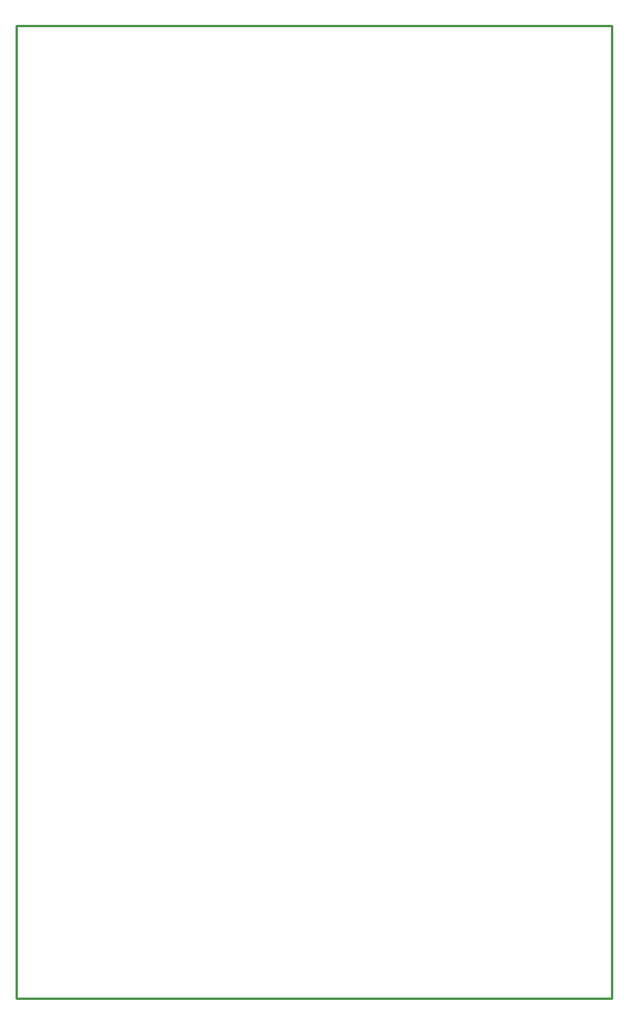
<source format=gbr>
%TF.GenerationSoftware,Altium Limited,Altium Designer,21.3.2 (30)*%
G04 Layer_Color=32896*
%FSLAX26Y26*%
%MOIN*%
%TF.SameCoordinates,1719BFE3-EC80-49D5-815D-C9D469E1D468*%
%TF.FilePolarity,Positive*%
%TF.FileFunction,Other,Board_outline*%
%TF.Part,Single*%
G01*
G75*
%TA.AperFunction,NonConductor*%
%ADD15C,0.010000*%
D15*
X0Y4173228D02*
X2559055D01*
Y0D02*
Y4173228D01*
X0Y0D02*
X2559055D01*
X0D02*
Y4173228D01*
%TF.MD5,4611c7b25262027958c287c17b5b4f9c*%
M02*

</source>
